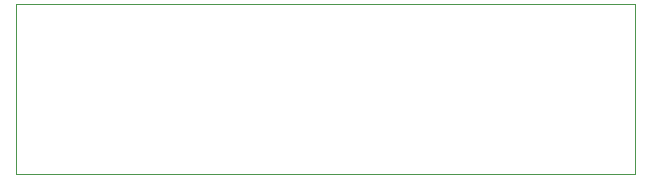
<source format=gbr>
%TF.GenerationSoftware,KiCad,Pcbnew,7.0.7*%
%TF.CreationDate,2024-08-01T01:42:33+03:00*%
%TF.ProjectId,_autosave-Main_PCB_002,5f617574-6f73-4617-9665-2d4d61696e5f,rev?*%
%TF.SameCoordinates,Original*%
%TF.FileFunction,Profile,NP*%
%FSLAX46Y46*%
G04 Gerber Fmt 4.6, Leading zero omitted, Abs format (unit mm)*
G04 Created by KiCad (PCBNEW 7.0.7) date 2024-08-01 01:42:33*
%MOMM*%
%LPD*%
G01*
G04 APERTURE LIST*
%TA.AperFunction,Profile*%
%ADD10C,0.100000*%
%TD*%
G04 APERTURE END LIST*
D10*
X53848000Y-64922400D02*
X106273600Y-64922400D01*
X106273600Y-50546000D02*
X53848000Y-50546000D01*
X106273600Y-64922400D02*
X106273600Y-50546000D01*
X53848000Y-50546000D02*
X53848000Y-64922400D01*
M02*

</source>
